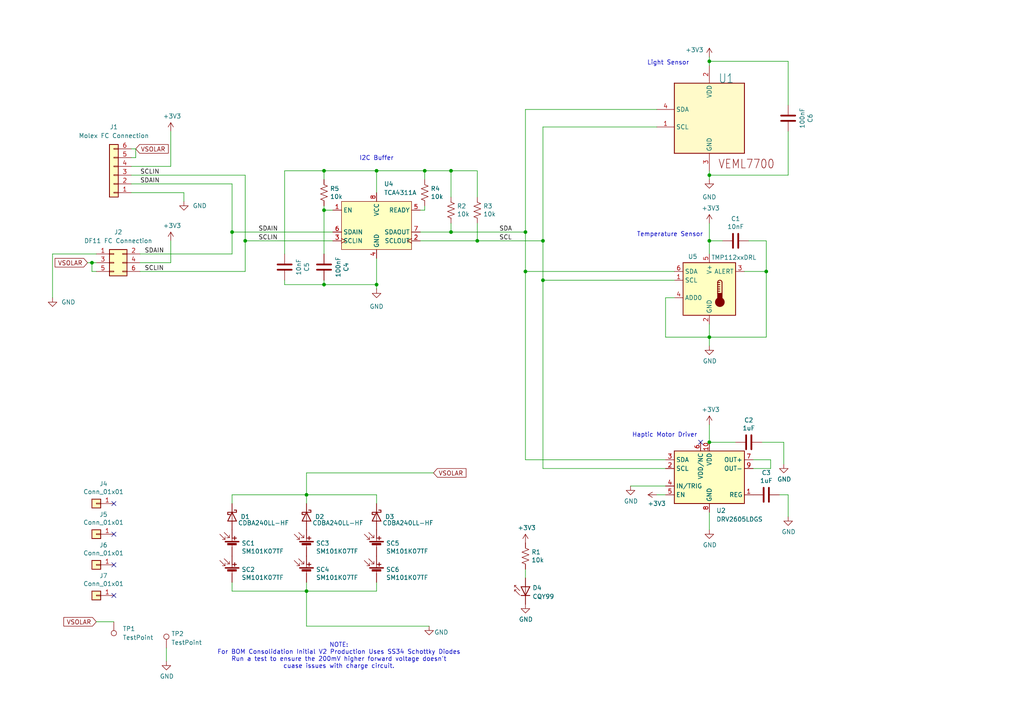
<source format=kicad_sch>
(kicad_sch (version 20250114) (generator "eeschema") (generator_version "9.0")
  (paper "A4")
  (title_block (title "Solar Panel Board -Z") (date "2023-03-20") (rev "V3") (company "CPP BroncoSpace"))
  (lib_symbols
    (symbol "Adafruit VEML7700-eagle-import:VEML7700"
      (property "Reference" "U1" (at 2.54 10.16 0))
      (symbol "VEML7700_1_0"
        (polyline (pts (xy -10.16 10.16) (xy 10.16 10.16)) (stroke (width 0.254)))
        (polyline (pts (xy -10.16 -10.16) (xy -10.16 10.16)) (stroke (width 0.254)))
        (polyline (pts (xy 10.16 10.16) (xy 10.16 -10.16)) (stroke (width 0.254)))
        (polyline (pts (xy 10.16 -10.16) (xy -10.16 -10.16)) (stroke (width 0.254)))
        (text "VEML7700" (at 2.54 -14.732 0) (effects (font (size 2.54 2.159)) (justify left bottom)))
        (pin bidirectional line (at -15.24 2.54 0) (length 5.08) (name "SDA") (number "4"))
        (pin bidirectional line (at -15.24 -2.54 0) (length 5.08) (name "SCL") (number "1"))
        (pin power_in line (at 0 15.24 270) (length 5.08) (name "VDD") (number "2"))
        (pin power_in line (at 0 -15.24 90) (length 5.08) (name "GND") (number "3"))
      )
      (symbol "VEML7700_1_1"
        (rectangle (start -10.16 10.16) (end 10.16 -10.16) (fill (type color) (color 255 250 201 1)))
      )
    )
    (symbol "Connector:TestPoint" (pin_numbers (hide yes)) (pin_names (offset 0.762) (hide yes))
      (property "Reference" "TP" (at 0 6.858 0))
      (property "Value" "TestPoint" (at 0 5.08 0))
      (symbol "TestPoint_0_1"
        (circle (center 0 3.302) (radius 0.762))
      )
      (symbol "TestPoint_1_1"
        (pin passive line (at 0 0 90) (length 2.54) (name "1") (number "1"))
      )
    )
    (symbol "Connector_Generic:Conn_01x01" (pin_names (offset 1.016) (hide yes))
      (property "Reference" "J" (at 0 2.54 0))
      (property "Value" "Conn_01x01" (at 0 -2.54 0))
      (symbol "Conn_01x01_1_1"
        (rectangle (start -1.27 1.27) (end 1.27 -1.27) (stroke (width 0.254)) (fill (type background)))
        (rectangle (start -1.27 0.127) (end 0 -0.127) (stroke (width 0.1524)))
        (pin passive line (at -5.08 0 0) (length 3.81) (name "Pin_1") (number "1"))
      )
    )
    (symbol "Connector_Generic:Conn_01x06" (pin_names (offset 1.016) (hide yes))
      (property "Reference" "J" (at 0 7.62 0))
      (property "Value" "Conn_01x06" (at 0 -10.16 0))
      (symbol "Conn_01x06_1_1"
        (rectangle (start -1.27 6.35) (end 1.27 -8.89) (stroke (width 0.254)) (fill (type background)))
        (rectangle (start -1.27 5.207) (end 0 4.953) (stroke (width 0.1524)))
        (rectangle (start -1.27 2.667) (end 0 2.413) (stroke (width 0.1524)))
        (rectangle (start -1.27 0.127) (end 0 -0.127) (stroke (width 0.1524)))
        (rectangle (start -1.27 -2.413) (end 0 -2.667) (stroke (width 0.1524)))
        (rectangle (start -1.27 -4.953) (end 0 -5.207) (stroke (width 0.1524)))
        (rectangle (start -1.27 -7.493) (end 0 -7.747) (stroke (width 0.1524)))
        (pin passive line (at -5.08 5.08 0) (length 3.81) (name "Pin_1") (number "1"))
        (pin passive line (at -5.08 2.54 0) (length 3.81) (name "Pin_2") (number "2"))
        (pin passive line (at -5.08 0 0) (length 3.81) (name "Pin_3") (number "3"))
        (pin passive line (at -5.08 -2.54 0) (length 3.81) (name "Pin_4") (number "4"))
        (pin passive line (at -5.08 -5.08 0) (length 3.81) (name "Pin_5") (number "5"))
        (pin passive line (at -5.08 -7.62 0) (length 3.81) (name "Pin_6") (number "6"))
      )
    )
    (symbol "Connector_Generic:Conn_02x03_Odd_Even" (pin_names (offset 1.016) (hide yes))
      (property "Reference" "J" (at 1.27 5.08 0))
      (property "Value" "Conn_02x03_Odd_Even" (at 1.27 -5.08 0))
      (symbol "Conn_02x03_Odd_Even_1_1"
        (rectangle (start -1.27 3.81) (end 3.81 -3.81) (stroke (width 0.254)) (fill (type background)))
        (rectangle (start -1.27 2.667) (end 0 2.413) (stroke (width 0.1524)))
        (rectangle (start -1.27 0.127) (end 0 -0.127) (stroke (width 0.1524)))
        (rectangle (start -1.27 -2.413) (end 0 -2.667) (stroke (width 0.1524)))
        (rectangle (start 3.81 2.667) (end 2.54 2.413) (stroke (width 0.1524)))
        (rectangle (start 3.81 0.127) (end 2.54 -0.127) (stroke (width 0.1524)))
        (rectangle (start 3.81 -2.413) (end 2.54 -2.667) (stroke (width 0.1524)))
        (pin passive line (at -5.08 2.54 0) (length 3.81) (name "Pin_1") (number "1"))
        (pin passive line (at -5.08 0 0) (length 3.81) (name "Pin_3") (number "3"))
        (pin passive line (at -5.08 -2.54 0) (length 3.81) (name "Pin_5") (number "5"))
        (pin passive line (at 7.62 2.54 180) (length 3.81) (name "Pin_2") (number "2"))
        (pin passive line (at 7.62 0 180) (length 3.81) (name "Pin_4") (number "4"))
        (pin passive line (at 7.62 -2.54 180) (length 3.81) (name "Pin_6") (number "6"))
      )
    )
    (symbol "Device:C" (pin_numbers (hide yes)) (pin_names (offset 0.254))
      (property "Reference" "C" (at 0.635 2.54 0))
      (property "Value" "C" (at 0.635 -2.54 0))
      (symbol "C_0_1"
        (polyline (pts (xy -2.032 0.762) (xy 2.032 0.762)) (stroke (width 0.508)))
        (polyline (pts (xy -2.032 -0.762) (xy 2.032 -0.762)) (stroke (width 0.508)))
      )
      (symbol "C_1_1"
        (pin passive line (at 0 3.81 270) (length 2.794) (name "~") (number "1"))
        (pin passive line (at 0 -3.81 90) (length 2.794) (name "~") (number "2"))
      )
    )
    (symbol "Device:D_Schottky" (pin_numbers (hide yes)) (pin_names (offset 1.016) (hide yes))
      (property "Reference" "D" (at 0 2.54 0))
      (property "Value" "D_Schottky" (at 0 -2.54 0))
      (symbol "D_Schottky_0_1"
        (polyline (pts (xy -1.905 0.635) (xy -1.905 1.27) (xy -1.27 1.27) (xy -1.27 -1.27) (xy -0.635 -1.27) (xy -0.635 -0.635)) (stroke (width 0.254)))
        (polyline (pts (xy 1.27 1.27) (xy 1.27 -1.27) (xy -1.27 0) (xy 1.27 1.27)) (stroke (width 0.254)))
        (polyline (pts (xy 1.27 0) (xy -1.27 0)))
      )
      (symbol "D_Schottky_1_1"
        (pin passive line (at -3.81 0 0) (length 2.54) (name "K") (number "1"))
        (pin passive line (at 3.81 0 180) (length 2.54) (name "A") (number "2"))
      )
    )
    (symbol "Device:R_US" (pin_numbers (hide yes)) (pin_names (offset 0))
      (property "Reference" "R" (at 2.54 0 90))
      (property "Value" "R_US" (at -2.54 0 90))
      (symbol "R_US_0_1"
        (polyline (pts (xy 0 2.286) (xy 0 2.54)))
        (polyline (pts (xy 0 2.286) (xy 1.016 1.905) (xy 0 1.524) (xy -1.016 1.143) (xy 0 0.762)))
        (polyline (pts (xy 0 0.762) (xy 1.016 0.381) (xy 0 0) (xy -1.016 -0.381) (xy 0 -0.762)))
        (polyline (pts (xy 0 -0.762) (xy 1.016 -1.143) (xy 0 -1.524) (xy -1.016 -1.905) (xy 0 -2.286)))
        (polyline (pts (xy 0 -2.286) (xy 0 -2.54)))
      )
      (symbol "R_US_1_1"
        (pin passive line (at 0 3.81 270) (length 1.27) (name "~") (number "1"))
        (pin passive line (at 0 -3.81 90) (length 1.27) (name "~") (number "2"))
      )
    )
    (symbol "Device:Solar_Cell" (pin_numbers (hide yes)) (pin_names (offset 0) (hide yes))
      (property "Reference" "SC" (at 2.54 2.54 0))
      (property "Value" "Solar_Cell" (at 2.54 0 0))
      (symbol "Solar_Cell_0_1"
        (polyline (pts (xy -2.032 3.048) (xy -2.032 2.286) (xy -2.794 2.286)))
        (polyline (pts (xy -2.032 2.286) (xy -3.556 3.81)))
        (rectangle (start -2.032 1.778) (end 2.032 1.524) (fill (type outline)))
        (rectangle (start -1.3208 1.1938) (end 1.27 0.6858) (fill (type outline)))
        (polyline (pts (xy -0.762 3.556) (xy -0.762 2.794) (xy -1.524 2.794)))
        (polyline (pts (xy -0.762 2.794) (xy -2.286 4.318)))
        (polyline (pts (xy 0 1.778) (xy 0 2.54)))
        (polyline (pts (xy 0 0.762) (xy 0 0)))
        (polyline (pts (xy 0.254 2.667) (xy 1.27 2.667)) (stroke (width 0.254)))
        (polyline (pts (xy 0.762 3.175) (xy 0.762 2.159)) (stroke (width 0.254)))
      )
      (symbol "Solar_Cell_1_1"
        (pin passive line (at 0 5.08 270) (length 2.54) (name "+") (number "1"))
        (pin passive line (at 0 -2.54 90) (length 2.54) (name "-") (number "2"))
      )
    )
    (symbol "Driver_Haptic:DRV2605LDGS"
      (property "Reference" "U" (at -10.16 8.255 0))
      (property "Value" "DRV2605LDGS" (at 2.54 -8.89 0))
      (symbol "DRV2605LDGS_0_1"
        (rectangle (start -10.16 7.62) (end 10.16 -7.62) (stroke (width 0.254)) (fill (type background)))
      )
      (symbol "DRV2605LDGS_1_1"
        (pin bidirectional line (at -12.7 5.08 0) (length 2.54) (name "SDA") (number "3"))
        (pin input line (at -12.7 2.54 0) (length 2.54) (name "SCL") (number "2"))
        (pin input line (at -12.7 -2.54 0) (length 2.54) (name "IN/TRIG") (number "4"))
        (pin input line (at -12.7 -5.08 0) (length 2.54) (name "EN") (number "5"))
        (pin power_in line (at -2.54 10.16 270) (length 2.54) (name "VDD/NC") (number "6"))
        (pin power_in line (at 0 10.16 270) (length 2.54) (name "VDD") (number "10"))
        (pin power_in line (at 0 -10.16 90) (length 2.54) (name "GND") (number "8"))
        (pin output line (at 12.7 5.08 180) (length 2.54) (name "OUT+") (number "7"))
        (pin output line (at 12.7 2.54 180) (length 2.54) (name "OUT-") (number "9"))
        (pin passive line (at 12.7 -5.08 180) (length 2.54) (name "REG") (number "1"))
      )
    )
    (symbol "GND_1" (power) (pin_numbers (hide yes)) (pin_names (offset 0) (hide yes))
      (property "Value" "GND" (at 0 -3.81 0))
      (symbol "GND_1_0_1"
        (polyline (pts (xy 0 0) (xy 0 -1.27) (xy 1.27 -1.27) (xy 0 -2.54) (xy -1.27 -1.27) (xy 0 -1.27)))
      )
      (symbol "GND_1_1_1"
        (pin power_in line (at 0 0 270) (length 0) (name "~") (number "1"))
      )
    )
    (symbol "LED:CQY99" (pin_numbers (hide yes)) (pin_names (offset 1.016) (hide yes))
      (property "Reference" "D" (at 0.508 1.778 0))
      (property "Value" "CQY99" (at -1.016 -2.794 0))
      (symbol "CQY99_0_1"
        (polyline (pts (xy -2.54 1.27) (xy -2.54 -1.27)) (stroke (width 0.254)))
        (polyline (pts (xy -2.413 1.651) (xy -0.889 3.175) (xy -0.889 2.667) (xy -0.889 3.175) (xy -1.397 3.175)))
        (polyline (pts (xy -1.143 1.651) (xy 0.381 3.175) (xy 0.381 2.667)))
        (polyline (pts (xy 0 0) (xy -2.54 0)))
        (polyline (pts (xy 0 -1.27) (xy -2.54 0) (xy 0 1.27) (xy 0 -1.27)) (stroke (width 0.254)))
        (polyline (pts (xy 0.381 3.175) (xy -0.127 3.175)))
      )
      (symbol "CQY99_1_1"
        (pin passive line (at -5.08 0 0) (length 2.54) (name "K") (number "1"))
        (pin passive line (at 2.54 0 180) (length 2.54) (name "A") (number "2"))
      )
    )
    (symbol "Sensor_Temperature:TMP112xxDRL"
      (property "Reference" "U" (at -2.54 10.795 0))
      (property "Value" "TMP112xxDRL" (at -2.54 8.89 0))
      (symbol "TMP112xxDRL_0_1"
        (rectangle (start -7.62 7.62) (end 7.62 -7.62) (stroke (width 0.254)) (fill (type background)))
      )
      (symbol "TMP112xxDRL_1_1"
        (polyline (pts (xy 2.413 1.905) (xy 2.413 -1.27)) (stroke (width 0.254)))
        (polyline (pts (xy 2.413 1.905) (xy 3.048 1.905)) (stroke (width 0.254)))
        (polyline (pts (xy 2.413 1.27) (xy 3.048 1.27)) (stroke (width 0.254)))
        (polyline (pts (xy 2.413 0.635) (xy 3.048 0.635)) (stroke (width 0.254)))
        (polyline (pts (xy 2.413 0) (xy 3.048 0)) (stroke (width 0.254)))
        (polyline (pts (xy 2.413 -0.635) (xy 3.048 -0.635)) (stroke (width 0.254)))
        (arc (start 2.413 1.905) (mid 3.048 2.5373) (end 3.683 1.905) (stroke (width 0.254)))
        (circle (center 3.048 -3.81) (radius 1.27) (stroke (width 0.254)) (fill (type outline)))
        (polyline (pts (xy 3.683 1.905) (xy 3.683 -1.27)) (stroke (width 0.254)))
        (rectangle (start 3.683 -3.175) (end 2.413 -1.27) (stroke (width 0.254)) (fill (type outline)))
        (pin bidirectional line (at -10.16 5.08 0) (length 2.54) (name "SDA") (number "6"))
        (pin input line (at -10.16 2.54 0) (length 2.54) (name "SCL") (number "1"))
        (pin input line (at -10.16 -2.54 0) (length 2.54) (name "ADD0") (number "4"))
        (pin power_in line (at 0 10.16 270) (length 2.54) (name "V+") (number "5"))
        (pin power_in line (at 0 -10.16 90) (length 2.54) (name "GND") (number "2"))
        (pin open_collector line (at 10.16 5.08 180) (length 2.54) (name "ALERT") (number "3"))
      )
    )
    (symbol "power:GND" (power) (pin_names (offset 0))
      (property "Value" "GND" (at 0 -3.81 0))
      (symbol "GND_0_1"
        (polyline (pts (xy 0 0) (xy 0 -1.27) (xy 1.27 -1.27) (xy 0 -2.54) (xy -1.27 -1.27) (xy 0 -1.27)))
      )
      (symbol "GND_1_1"
        (pin power_in line (at 0 0 270) (length 0) (hide yes) (name "GND") (number "1"))
      )
    )
    (symbol "solar-panel-side-Z-rescue:+3.3V-power" (power) (pin_names (offset 0))
      (property "Value" "+3.3V-power" (at 0 3.556 0))
      (symbol "+3.3V-power_0_1"
        (polyline (pts (xy -0.762 1.27) (xy 0 2.54)))
        (polyline (pts (xy 0 2.54) (xy 0.762 1.27)))
        (polyline (pts (xy 0 0) (xy 0 2.54)))
      )
      (symbol "+3.3V-power_1_1"
        (pin power_in line (at 0 0 90) (length 0) (hide yes) (name "+3V3") (number "1"))
      )
    )
    (symbol "solar_parts:TCA43111A"
      (property "Reference" "U4" (at 2.1433 12.7 0))
      (property "Value" "TCA4111A" (at 2.1433 10.16 0))
      (symbol "TCA43111A_1_1"
        (rectangle (start -10.16 7.62) (end 10.16 -6.35) (fill (type color) (color 255 255 194 1)))
        (pin input line (at -12.7 5.08 0) (length 2.54) (name "EN") (number "1"))
        (pin input line (at -12.7 -1.27 0) (length 2.54) (name "SDAIN") (number "6"))
        (pin input clock (at -12.7 -3.81 0) (length 2.54) (name "SCLIN") (number "3"))
        (pin power_in line (at 0 10.16 270) (length 2.54) (name "VCC") (number "8"))
        (pin power_in line (at 0 -8.89 90) (length 2.54) (name "GND") (number "4"))
        (pin open_collector line (at 12.7 5.08 180) (length 2.54) (name "READY") (number "5"))
        (pin output line (at 12.7 -1.27 180) (length 2.54) (name "SDAOUT") (number "7"))
        (pin output clock (at 12.7 -3.81 180) (length 2.54) (name "SCLOUT") (number "2"))
      )
    )
  )
  (text "Light Sensor" (at 193.802 18.288 0) (effects (font (size 1.27 1.27))))
  (text "Temperature Sensor" (at 194.31 68.072 0) (effects (font (size 1.27 1.27))))
  (text "Haptic Motor Driver" (at 192.786 126.238 0) (effects (font (size 1.27 1.27))))
  (text "NOTE:\nFor BOM Consolidation Initial V2 Production Uses SS34 Schottky Diodes\nRun a test to ensure the 200mV higher forward voltage doesn't\ncuase issues with charge circuit." (at 98.298 190.246 0) (effects (font (size 1.27 1.27))))
  (text "I2C Buffer" (at 109.22 45.974 0) (effects (font (size 1.27 1.27))))
  (junction (at 205.74 17.78))
  (junction (at 93.98 82.55))
  (junction (at 93.98 60.96))
  (junction (at 67.31 67.31))
  (junction (at 109.22 49.53))
  (junction (at 157.48 81.28))
  (junction (at 222.25 78.74))
  (junction (at 130.81 67.31))
  (junction (at 138.43 69.85))
  (junction (at 205.74 97.79))
  (junction (at 88.9 143.51))
  (junction (at 88.9 171.45))
  (junction (at 205.74 50.8))
  (junction (at 109.22 82.55))
  (junction (at 205.74 69.85))
  (junction (at 152.4 78.74))
  (junction (at 93.98 49.53))
  (junction (at 157.48 69.85))
  (junction (at 123.19 49.53))
  (junction (at 26.67 76.2))
  (junction (at 152.4 67.31))
  (junction (at 205.74 128.27))
  (junction (at 71.12 69.85))
  (junction (at 130.81 49.53))
  (no_connect (at 33.02 163.83))
  (no_connect (at 33.02 154.94))
  (no_connect (at 203.2 128.27))
  (no_connect (at 33.02 146.05))
  (no_connect (at 33.02 172.72))
  (wire (pts (xy 82.55 81.28) (xy 82.55 82.55)))
  (wire (pts (xy 15.24 73.66) (xy 15.24 86.36)))
  (wire (pts (xy 205.74 17.78) (xy 228.6 17.78)))
  (wire (pts (xy 82.55 49.53) (xy 82.55 73.66)))
  (wire (pts (xy 88.9 137.16) (xy 125.73 137.16)))
  (wire (pts (xy 205.74 16.51) (xy 205.74 17.78)))
  (wire (pts (xy 109.22 83.82) (xy 109.22 82.55)))
  (wire (pts (xy 93.98 60.96) (xy 93.98 73.66)))
  (wire (pts (xy 121.92 60.96) (xy 123.19 60.96)))
  (wire (pts (xy 157.48 81.28) (xy 157.48 135.89)))
  (wire (pts (xy 71.12 69.85) (xy 96.52 69.85)))
  (wire (pts (xy 130.81 49.53) (xy 138.43 49.53)))
  (wire (pts (xy 26.67 76.2) (xy 27.94 76.2)))
  (wire (pts (xy 138.43 69.85) (xy 157.48 69.85)))
  (wire (pts (xy 157.48 69.85) (xy 157.48 36.83)))
  (wire (pts (xy 205.74 97.79) (xy 205.74 93.98)))
  (wire (pts (xy 40.64 73.66) (xy 67.31 73.66)))
  (wire (pts (xy 152.4 133.35) (xy 193.04 133.35)))
  (wire (pts (xy 228.6 38.1) (xy 228.6 50.8)))
  (wire (pts (xy 121.92 69.85) (xy 138.43 69.85)))
  (wire (pts (xy 88.9 171.45) (xy 109.22 171.45)))
  (wire (pts (xy 223.52 133.35) (xy 223.52 135.89)))
  (wire (pts (xy 157.48 36.83) (xy 190.5 36.83)))
  (wire (pts (xy 205.74 69.85) (xy 205.74 73.66)))
  (wire (pts (xy 123.19 49.53) (xy 123.19 52.07)))
  (wire (pts (xy 39.37 45.72) (xy 38.1 45.72)))
  (wire (pts (xy 25.4 76.2) (xy 26.67 76.2)))
  (wire (pts (xy 71.12 69.85) (xy 71.12 78.74)))
  (wire (pts (xy 130.81 67.31) (xy 152.4 67.31)))
  (wire (pts (xy 53.34 55.88) (xy 38.1 55.88)))
  (wire (pts (xy 123.19 49.53) (xy 130.81 49.53)))
  (wire (pts (xy 33.02 180.34) (xy 27.94 180.34)))
  (wire (pts (xy 152.4 31.75) (xy 190.5 31.75)))
  (wire (pts (xy 38.1 50.8) (xy 71.12 50.8)))
  (wire (pts (xy 205.74 148.59) (xy 205.74 153.67)))
  (wire (pts (xy 152.4 67.31) (xy 152.4 78.74)))
  (wire (pts (xy 88.9 146.05) (xy 88.9 143.51)))
  (wire (pts (xy 218.44 135.89) (xy 223.52 135.89)))
  (wire (pts (xy 88.9 143.51) (xy 109.22 143.51)))
  (wire (pts (xy 138.43 64.77) (xy 138.43 69.85)))
  (wire (pts (xy 195.58 86.36) (xy 193.04 86.36)))
  (wire (pts (xy 218.44 133.35) (xy 223.52 133.35)))
  (wire (pts (xy 222.25 78.74) (xy 222.25 97.79)))
  (wire (pts (xy 93.98 81.28) (xy 93.98 82.55)))
  (wire (pts (xy 205.74 17.78) (xy 205.74 19.05)))
  (wire (pts (xy 228.6 50.8) (xy 205.74 50.8)))
  (wire (pts (xy 193.04 86.36) (xy 193.04 97.79)))
  (wire (pts (xy 27.94 73.66) (xy 15.24 73.66)))
  (wire (pts (xy 205.74 69.85) (xy 209.55 69.85)))
  (wire (pts (xy 121.92 67.31) (xy 130.81 67.31)))
  (wire (pts (xy 152.4 67.31) (xy 152.4 31.75)))
  (wire (pts (xy 138.43 49.53) (xy 138.43 57.15)))
  (wire (pts (xy 93.98 59.69) (xy 93.98 60.96)))
  (wire (pts (xy 109.22 49.53) (xy 123.19 49.53)))
  (wire (pts (xy 109.22 55.88) (xy 109.22 49.53)))
  (wire (pts (xy 88.9 181.61) (xy 124.46 181.61)))
  (wire (pts (xy 205.74 49.53) (xy 205.74 50.8)))
  (wire (pts (xy 67.31 143.51) (xy 88.9 143.51)))
  (wire (pts (xy 157.48 81.28) (xy 195.58 81.28)))
  (wire (pts (xy 53.34 55.88) (xy 53.34 58.42)))
  (wire (pts (xy 222.25 69.85) (xy 222.25 78.74)))
  (wire (pts (xy 130.81 64.77) (xy 130.81 67.31)))
  (wire (pts (xy 190.5 143.51) (xy 193.04 143.51)))
  (wire (pts (xy 39.37 43.18) (xy 39.37 45.72)))
  (wire (pts (xy 88.9 181.61) (xy 88.9 171.45)))
  (wire (pts (xy 49.53 48.26) (xy 38.1 48.26)))
  (wire (pts (xy 49.53 76.2) (xy 49.53 69.85)))
  (wire (pts (xy 71.12 50.8) (xy 71.12 69.85)))
  (wire (pts (xy 205.74 128.27) (xy 213.36 128.27)))
  (wire (pts (xy 123.19 60.96) (xy 123.19 59.69)))
  (wire (pts (xy 67.31 53.34) (xy 67.31 67.31)))
  (wire (pts (xy 67.31 171.45) (xy 88.9 171.45)))
  (wire (pts (xy 205.74 64.77) (xy 205.74 69.85)))
  (wire (pts (xy 26.67 78.74) (xy 27.94 78.74)))
  (wire (pts (xy 88.9 171.45) (xy 88.9 168.91)))
  (wire (pts (xy 220.98 128.27) (xy 227.33 128.27)))
  (wire (pts (xy 205.74 50.8) (xy 205.74 52.07)))
  (wire (pts (xy 193.04 97.79) (xy 205.74 97.79)))
  (wire (pts (xy 82.55 82.55) (xy 93.98 82.55)))
  (wire (pts (xy 40.64 76.2) (xy 49.53 76.2)))
  (wire (pts (xy 152.4 78.74) (xy 152.4 133.35)))
  (wire (pts (xy 67.31 73.66) (xy 67.31 67.31)))
  (wire (pts (xy 130.81 49.53) (xy 130.81 57.15)))
  (wire (pts (xy 227.33 128.27) (xy 227.33 134.62)))
  (wire (pts (xy 93.98 49.53) (xy 82.55 49.53)))
  (wire (pts (xy 226.06 143.51) (xy 228.6 143.51)))
  (wire (pts (xy 157.48 135.89) (xy 193.04 135.89)))
  (wire (pts (xy 93.98 49.53) (xy 109.22 49.53)))
  (wire (pts (xy 67.31 143.51) (xy 67.31 146.05)))
  (wire (pts (xy 88.9 143.51) (xy 88.9 137.16)))
  (wire (pts (xy 109.22 171.45) (xy 109.22 168.91)))
  (wire (pts (xy 40.64 78.74) (xy 71.12 78.74)))
  (wire (pts (xy 152.4 167.64) (xy 152.4 165.1)))
  (wire (pts (xy 67.31 67.31) (xy 96.52 67.31)))
  (wire (pts (xy 215.9 78.74) (xy 222.25 78.74)))
  (wire (pts (xy 205.74 123.19) (xy 205.74 128.27)))
  (wire (pts (xy 109.22 146.05) (xy 109.22 143.51)))
  (wire (pts (xy 152.4 78.74) (xy 195.58 78.74)))
  (wire (pts (xy 26.67 76.2) (xy 26.67 78.74)))
  (wire (pts (xy 182.88 140.97) (xy 193.04 140.97)))
  (wire (pts (xy 228.6 17.78) (xy 228.6 30.48)))
  (wire (pts (xy 228.6 143.51) (xy 228.6 149.86)))
  (wire (pts (xy 93.98 60.96) (xy 96.52 60.96)))
  (wire (pts (xy 109.22 74.93) (xy 109.22 82.55)))
  (wire (pts (xy 49.53 38.1) (xy 49.53 48.26)))
  (wire (pts (xy 39.37 43.18) (xy 38.1 43.18)))
  (wire (pts (xy 217.17 69.85) (xy 222.25 69.85)))
  (wire (pts (xy 222.25 97.79) (xy 205.74 97.79)))
  (wire (pts (xy 93.98 52.07) (xy 93.98 49.53)))
  (wire (pts (xy 93.98 82.55) (xy 109.22 82.55)))
  (wire (pts (xy 157.48 69.85) (xy 157.48 81.28)))
  (wire (pts (xy 48.26 187.96) (xy 48.26 191.77)))
  (wire (pts (xy 38.1 53.34) (xy 67.31 53.34)))
  (wire (pts (xy 67.31 171.45) (xy 67.31 168.91)))
  (wire (pts (xy 205.74 100.33) (xy 205.74 97.79)))
  (label "SCLIN" (at 41.91 78.74 0))
  (label "SCLIN" (at 74.93 69.85 0))
  (label "SDAIN" (at 74.93 67.31 0))
  (label "SDAIN" (at 40.64 53.34 0))
  (label "SDA" (at 144.78 67.31 0))
  (label "SCLIN" (at 40.64 50.8 0))
  (label "SCL" (at 144.78 69.85 0))
  (label "SDAIN" (at 41.91 73.66 0))
  (global_label "VSOLAR" (shape input) (at 125.73 137.16 0) (property "Intersheetrefs" "${INTERSHEET_REFS}" (effects (hide yes))))
  (global_label "VSOLAR" (shape input) (at 25.4 76.2 180) (property "Intersheetrefs" "${INTERSHEET_REFS}" (effects (hide yes))))
  (global_label "VSOLAR" (shape input) (at 27.94 180.34 180) (property "Intersheetrefs" "${INTERSHEET_REFS}" (effects (hide yes))))
  (global_label "VSOLAR" (shape input) (at 39.37 43.18 0) (property "Intersheetrefs" "${INTERSHEET_REFS}" (effects (hide yes))))
  (symbol (lib_id "Device:D_Schottky") (at 67.31 149.86 270) (unit 1)
    (property "Reference" "D1" (at 71.12 149.86 90))
    (property "Value" "CDBA240LL-HF" (at 83.82 152.4 90) (effects (justify right bottom)))
    (property "Footprint" "SolarPanelBoards:DO-214AC" (effects (hide yes)))
  )
  (symbol (lib_id "Device:Solar_Cell") (at 67.31 166.37 0) (unit 1)
    (property "Reference" "SC2" (at 70.0532 165.2016 0) (effects (justify left)))
    (property "Value" "SM101K07TF" (at 70.0532 167.513 0) (effects (justify left)))
    (property "Footprint" "SolarPanelBoards:KXOB101K08F-TR" (effects (hide yes)))
  )
  (symbol (lib_id "Device:Solar_Cell") (at 88.9 158.75 0) (unit 1)
    (property "Reference" "SC3" (at 91.6432 157.5816 0) (effects (justify left)))
    (property "Value" "SM101K07TF" (at 91.6432 159.893 0) (effects (justify left)))
    (property "Footprint" "SolarPanelBoards:KXOB101K08F-TR" (effects (hide yes)))
  )
  (symbol (lib_id "Device:Solar_Cell") (at 88.9 166.37 0) (unit 1)
    (property "Reference" "SC4" (at 91.6432 165.2016 0) (effects (justify left)))
    (property "Value" "SM101K07TF" (at 91.6432 167.513 0) (effects (justify left)))
    (property "Footprint" "SolarPanelBoards:KXOB101K08F-TR" (effects (hide yes)))
  )
  (symbol (lib_id "Device:Solar_Cell") (at 67.31 158.75 0) (unit 1)
    (property "Reference" "SC1" (at 70.0532 157.5816 0) (effects (justify left)))
    (property "Value" "SM101K07TF" (at 70.0532 159.893 0) (effects (justify left)))
    (property "Footprint" "SolarPanelBoards:KXOB101K08F-TR" (effects (hide yes)))
  )
  (symbol (lib_id "Device:D_Schottky") (at 88.9 149.86 270) (unit 1)
    (property "Reference" "D2" (at 92.71 149.86 90))
    (property "Value" "CDBA240LL-HF" (at 105.41 152.4 90) (effects (justify right bottom)))
    (property "Footprint" "SolarPanelBoards:DO-214AC" (effects (hide yes)))
  )
  (symbol (lib_id "power:GND") (at 124.46 181.61 0) (unit 1)
    (property "Reference" "#PWR023" (effects (hide yes)))
    (property "Value" "GND" (at 130.048 183.388 0) (effects (justify right)))
  )
  (symbol (lib_id "solar-panel-side-Z-rescue:+3.3V-power") (at 49.53 38.1 0) (unit 1)
    (property "Reference" "#PWR021" (effects (hide yes)))
    (property "Value" "+3V3" (at 49.911 33.7058 0))
  )
  (symbol (lib_id "Device:Solar_Cell") (at 109.22 166.37 0) (unit 1)
    (property "Reference" "SC6" (at 111.9632 165.2016 0) (effects (justify left)))
    (property "Value" "SM101K07TF" (at 111.9632 167.513 0) (effects (justify left)))
    (property "Footprint" "SolarPanelBoards:KXOB101K08F-TR" (effects (hide yes)))
  )
  (symbol (lib_id "Device:Solar_Cell") (at 109.22 158.75 0) (unit 1)
    (property "Reference" "SC5" (at 111.9632 157.5816 0) (effects (justify left)))
    (property "Value" "SM101K07TF" (at 111.9632 159.893 0) (effects (justify left)))
    (property "Footprint" "SolarPanelBoards:KXOB101K08F-TR" (effects (hide yes)))
  )
  (symbol (lib_id "Device:D_Schottky") (at 109.22 149.86 270) (unit 1)
    (property "Reference" "D3" (at 113.03 149.86 90))
    (property "Value" "CDBA240LL-HF" (at 125.73 152.4 90) (effects (justify right bottom)))
    (property "Footprint" "SolarPanelBoards:DO-214AC" (effects (hide yes)))
  )
  (symbol (lib_id "Connector_Generic:Conn_01x01") (at 27.94 146.05 180) (unit 1)
    (property "Reference" "J4" (at 30.0228 140.335 0))
    (property "Value" "Conn_01x01" (at 30.0228 142.6464 0))
    (property "Footprint" "SolarPanelBoards:MountingHoles" (effects (hide yes)))
  )
  (symbol (lib_id "Connector_Generic:Conn_01x01") (at 27.94 154.94 180) (unit 1)
    (property "Reference" "J5" (at 30.0228 149.225 0))
    (property "Value" "Conn_01x01" (at 30.0228 151.5364 0))
    (property "Footprint" "SolarPanelBoards:MountingHoles" (effects (hide yes)))
  )
  (symbol (lib_id "Connector_Generic:Conn_01x01") (at 27.94 163.83 180) (unit 1)
    (property "Reference" "J6" (at 30.0228 158.115 0))
    (property "Value" "Conn_01x01" (at 30.0228 160.4264 0))
    (property "Footprint" "SolarPanelBoards:MountingHoles" (effects (hide yes)))
  )
  (symbol (lib_id "Connector_Generic:Conn_01x01") (at 27.94 172.72 180) (unit 1)
    (property "Reference" "J7" (at 30.0228 167.005 0))
    (property "Value" "Conn_01x01" (at 30.0228 169.3164 0))
    (property "Footprint" "SolarPanelBoards:MountingHoles" (effects (hide yes)))
  )
  (symbol (lib_id "Adafruit VEML7700-eagle-import:VEML7700") (at 205.74 34.29 0) (unit 1)
    (property "Reference" "U1" (at 208.28 24.13 0) (effects (font (size 2.54 2.159)) (justify left bottom)))
    (property "Value" "VEML7700" (effects (hide yes)))
    (property "Footprint" "VEML7700-TT:XDCR_VEML7700-TT" (effects (hide yes)))
  )
  (symbol (lib_id "solar-panel-side-Z-rescue:+3.3V-power") (at 49.53 69.85 0) (unit 1)
    (property "Reference" "#PWR022" (effects (hide yes)))
    (property "Value" "+3V3" (at 49.911 65.4558 0))
  )
  (symbol (lib_id "power:GND") (at 205.74 100.33 0) (unit 1)
    (property "Reference" "#PWR07" (effects (hide yes)))
    (property "Value" "GND" (at 205.867 104.7242 0))
  )
  (symbol (lib_name "GND_1") (lib_id "power:GND") (at 205.74 52.07 0) (unit 1)
    (property "Reference" "#PWR08" (effects (hide yes)))
    (property "Value" "GND" (at 205.74 57.15 0))
    (property "Description" "Power symbol creates a global label with name \"GND\" , ground" (effects (hide yes)))
  )
  (symbol (lib_id "Device:C") (at 217.17 128.27 90) (unit 1)
    (property "Reference" "C2" (at 217.17 121.8692 90))
    (property "Value" "1uF" (at 217.17 124.1806 90))
    (property "Footprint" "Capacitor_SMD:C_0805_2012Metric" (effects (hide yes)))
  )
  (symbol (lib_id "power:GND") (at 205.74 153.67 0) (unit 1)
    (property "Reference" "#PWR06" (effects (hide yes)))
    (property "Value" "GND" (at 205.867 158.0642 0))
  )
  (symbol (lib_id "Device:R_US") (at 138.43 60.96 0) (unit 1)
    (property "Reference" "R3" (at 140.1572 59.7916 0) (effects (justify left)))
    (property "Value" "10k" (at 140.1572 62.103 0) (effects (justify left)))
    (property "Footprint" "Resistor_SMD:R_0603_1608Metric" (effects (hide yes)))
  )
  (symbol (lib_id "Device:R_US") (at 93.98 55.88 0) (unit 1)
    (property "Reference" "R5" (at 95.7072 54.7116 0) (effects (justify left)))
    (property "Value" "10k" (at 95.7072 57.023 0) (effects (justify left)))
    (property "Footprint" "Resistor_SMD:R_0603_1608Metric" (effects (hide yes)))
  )
  (symbol (lib_id "power:GND") (at 53.34 58.42 0) (unit 1)
    (property "Reference" "#PWR069" (effects (hide yes)))
    (property "Value" "GND" (at 55.88 59.6899 0) (effects (justify left)))
  )
  (symbol (lib_id "Connector_Generic:Conn_02x03_Odd_Even") (at 33.02 76.2 0) (unit 1)
    (property "Reference" "J2" (at 34.29 67.31 0))
    (property "Value" "DF11 FC Connection" (at 34.29 69.85 0))
    (property "Footprint" "Connector_Hirose:Hirose_DF11-6DP-2DSA_2x03_P2.00mm_Vertical" (effects (hide yes)))
    (property "Description" "Generic connector, double row, 02x03, odd/even pin numbering scheme (row 1 odd numbers, row 2 even numbers), script generated (kicad-library-utils/schlib/autogen/connector/)" (effects (hide yes)))
  )
  (symbol (lib_id "solar-panel-side-Z-rescue:+3.3V-power") (at 190.5 143.51 90) (unit 1)
    (property "Reference" "#PWR02" (effects (hide yes)))
    (property "Value" "+3V3" (at 190.5 146.05 90))
  )
  (symbol (lib_name "GND_1") (lib_id "power:GND") (at 109.22 83.82 0) (unit 1)
    (property "Reference" "#PWR04" (effects (hide yes)))
    (property "Value" "GND" (at 109.22 88.9 0))
    (property "Description" "Power symbol creates a global label with name \"GND\" , ground" (effects (hide yes)))
  )
  (symbol (lib_id "Device:R_US") (at 123.19 55.88 0) (unit 1)
    (property "Reference" "R4" (at 124.9172 54.7116 0) (effects (justify left)))
    (property "Value" "10k" (at 124.9172 57.023 0) (effects (justify left)))
    (property "Footprint" "Resistor_SMD:R_0603_1608Metric" (effects (hide yes)))
  )
  (symbol (lib_id "power:GND") (at 15.24 86.36 0) (unit 1)
    (property "Reference" "#PWR070" (effects (hide yes)))
    (property "Value" "GND" (at 17.78 87.6299 0) (effects (justify left)))
  )
  (symbol (lib_id "Device:C") (at 82.55 77.47 0) (unit 1)
    (property "Reference" "C5" (at 88.9508 77.47 90))
    (property "Value" "10nF" (at 86.6394 77.47 90))
    (property "Footprint" "Capacitor_SMD:C_0805_2012Metric" (effects (hide yes)))
  )
  (symbol (lib_id "Sensor_Temperature:TMP112xxDRL") (at 205.74 83.82 0) (unit 1)
    (property "Reference" "U5" (at 200.914 74.422 0))
    (property "Value" "TMP112xxDRL" (at 212.852 74.676 0))
    (property "Footprint" "Package_TO_SOT_SMD:SOT-563" (effects (hide yes)))
    (property "Datasheet" "https://www.ti.com/lit/ds/symlink/tmp112.pdf" (effects (hide yes)))
    (property "Description" "Digital Temperature Sensor with I2C/SMBus/Two-wire Interface, 12 bits, ±1°C, one-shot conversion, alert, nist traceable, SOT-563" (effects (hide yes)))
  )
  (symbol (lib_id "power:GND") (at 48.26 191.77 0) (unit 1)
    (property "Reference" "#PWR025" (effects (hide yes)))
    (property "Value" "GND" (at 48.387 196.1642 0))
  )
  (symbol (lib_id "Connector:TestPoint") (at 48.26 187.96 0) (unit 1)
    (property "Reference" "TP2" (at 49.657 183.8233 0) (effects (justify left)))
    (property "Value" "TestPoint" (at 49.657 186.3602 0) (effects (justify left)))
    (property "Footprint" "SolarPanelBoards:Test Pad" (effects (hide yes)))
  )
  (symbol (lib_id "Driver_Haptic:DRV2605LDGS") (at 205.74 138.43 0) (unit 1)
    (property "Reference" "U2" (at 207.7594 148.0804 0) (effects (justify left)))
    (property "Value" "DRV2605LDGS" (at 207.7594 150.6173 0) (effects (justify left)))
    (property "Footprint" "Package_SO:VSSOP-10_3x3mm_P0.5mm" (effects (hide yes)))
    (property "Datasheet" "http://www.ti.com/lit/ds/symlink/drv2605l.pdf" (effects (hide yes)))
  )
  (symbol (lib_id "power:GND") (at 228.6 149.86 0) (unit 1)
    (property "Reference" "#PWR012" (effects (hide yes)))
    (property "Value" "GND" (at 228.727 154.2542 0))
  )
  (symbol (lib_id "Device:C") (at 228.6 34.29 0) (unit 1)
    (property "Reference" "C6" (at 235.0008 34.29 90))
    (property "Value" "100nF" (at 232.6894 34.29 90))
    (property "Footprint" "Capacitor_SMD:C_0402_1005Metric" (effects (hide yes)))
  )
  (symbol (lib_id "Device:C") (at 222.25 143.51 90) (unit 1)
    (property "Reference" "C3" (at 222.25 137.1092 90))
    (property "Value" "1uF" (at 222.25 139.4206 90))
    (property "Footprint" "Capacitor_SMD:C_0805_2012Metric" (effects (hide yes)))
  )
  (symbol (lib_id "Device:R_US") (at 152.4 161.29 0) (unit 1)
    (property "Reference" "R1" (at 154.1272 160.1216 0) (effects (justify left)))
    (property "Value" "10k" (at 154.1272 162.433 0) (effects (justify left)))
    (property "Footprint" "Resistor_SMD:R_0603_1608Metric" (effects (hide yes)))
  )
  (symbol (lib_id "Device:C") (at 93.98 77.47 0) (unit 1)
    (property "Reference" "C4" (at 100.3808 77.47 90))
    (property "Value" "100nF" (at 98.0694 77.47 90))
    (property "Footprint" "Capacitor_SMD:C_0402_1005Metric" (effects (hide yes)))
  )
  (symbol (lib_id "power:GND") (at 227.33 134.62 0) (unit 1)
    (property "Reference" "#PWR011" (effects (hide yes)))
    (property "Value" "GND" (at 227.457 139.0142 0))
  )
  (symbol (lib_id "Connector:TestPoint") (at 33.02 180.34 180) (unit 1)
    (property "Reference" "TP1" (at 35.56 182.3719 0) (effects (justify right)))
    (property "Value" "TestPoint" (at 35.56 184.9119 0) (effects (justify right)))
    (property "Footprint" "SolarPanelBoards:Test Pad" (effects (hide yes)))
  )
  (symbol (lib_id "solar-panel-side-Z-rescue:+3.3V-power") (at 205.74 16.51 0) (unit 1)
    (property "Reference" "#PWR0102" (effects (hide yes)))
    (property "Value" "+3V3" (at 201.422 14.478 0))
  )
  (symbol (lib_id "Device:R_US") (at 130.81 60.96 0) (unit 1)
    (property "Reference" "R2" (at 132.5372 59.7916 0) (effects (justify left)))
    (property "Value" "10k" (at 132.5372 62.103 0) (effects (justify left)))
    (property "Footprint" "Resistor_SMD:R_0603_1608Metric" (effects (hide yes)))
  )
  (symbol (lib_id "power:GND") (at 152.4 175.26 0) (unit 1)
    (property "Reference" "#PWR0104" (effects (hide yes)))
    (property "Value" "GND" (at 152.527 179.6542 0))
  )
  (symbol (lib_id "power:GND") (at 182.88 140.97 0) (unit 1)
    (property "Reference" "#PWR01" (effects (hide yes)))
    (property "Value" "GND" (at 183.007 145.3642 0))
  )
  (symbol (lib_id "solar-panel-side-Z-rescue:+3.3V-power") (at 205.74 64.77 0) (unit 1)
    (property "Reference" "#PWR0101" (effects (hide yes)))
    (property "Value" "+3V3" (at 206.121 60.3758 0))
  )
  (symbol (lib_id "solar-panel-side-Z-rescue:+3.3V-power") (at 152.4 157.48 0) (unit 1)
    (property "Reference" "#PWR0103" (effects (hide yes)))
    (property "Value" "+3V3" (at 152.781 153.0858 0))
  )
  (symbol (lib_id "Connector_Generic:Conn_01x06") (at 33.02 50.8 180) (unit 1)
    (property "Reference" "J1" (at 33.02 36.83 0))
    (property "Value" "Molex FC Connection" (at 33.02 39.37 0))
    (property "Footprint" "Molex 6 pos:MOLEX_5040500691" (effects (hide yes)))
    (property "Description" "Generic connector, single row, 01x06, script generated (kicad-library-utils/schlib/autogen/connector/)" (effects (hide yes)))
  )
  (symbol (lib_id "Device:C") (at 213.36 69.85 90) (unit 1)
    (property "Reference" "C1" (at 213.36 63.4492 90))
    (property "Value" "10nF" (at 213.36 65.7606 90))
    (property "Footprint" "Capacitor_SMD:C_0402_1005Metric" (effects (hide yes)))
  )
  (symbol (lib_id "LED:CQY99") (at 152.4 170.18 90) (unit 1)
    (property "Reference" "D4" (at 154.432 170.4883 90) (effects (justify right)))
    (property "Value" "CQY99" (at 154.432 173.0252 90) (effects (justify right)))
    (property "Footprint" "LED_SMD:LED_0603_1608Metric" (effects (hide yes)))
    (property "Datasheet" "https://www.prtice.info/IMG/pdf/CQY99.pdf" (effects (hide yes)))
  )
  (symbol (lib_id "solar_parts:TCA43111A") (at 109.22 66.04 0) (unit 1)
    (property "Reference" "U4" (at 111.3633 53.34 0) (effects (justify left)))
    (property "Value" "TCA4311A" (at 111.3633 55.88 0) (effects (justify left)))
    (property "Footprint" "Package_SO:VSSOP-8_3x3mm_P0.65mm" (effects (hide yes)))
    (property "Datasheet" "https://www.ti.com/lit/ds/symlink/tca4311a.pdf?ts=1749448047712" (effects (hide yes)))
    (property "Description" "I2C Bus Buffer" (effects (hide yes)))
  )
  (symbol (lib_id "solar-panel-side-Z-rescue:+3.3V-power") (at 205.74 123.19 0) (unit 1)
    (property "Reference" "#PWR05" (effects (hide yes)))
    (property "Value" "+3V3" (at 206.121 118.7958 0))
  )
)
</source>
